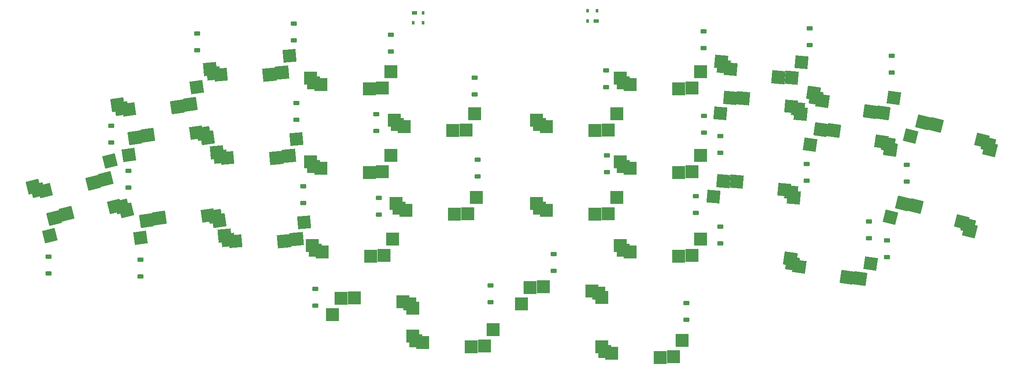
<source format=gbr>
%TF.GenerationSoftware,KiCad,Pcbnew,7.0.2*%
%TF.CreationDate,2023-08-06T16:20:10+02:00*%
%TF.ProjectId,Wizza-xiao,57697a7a-612d-4786-9961-6f2e6b696361,rev?*%
%TF.SameCoordinates,Original*%
%TF.FileFunction,Paste,Bot*%
%TF.FilePolarity,Positive*%
%FSLAX46Y46*%
G04 Gerber Fmt 4.6, Leading zero omitted, Abs format (unit mm)*
G04 Created by KiCad (PCBNEW 7.0.2) date 2023-08-06 16:20:10*
%MOMM*%
%LPD*%
G01*
G04 APERTURE LIST*
G04 Aperture macros list*
%AMRoundRect*
0 Rectangle with rounded corners*
0 $1 Rounding radius*
0 $2 $3 $4 $5 $6 $7 $8 $9 X,Y pos of 4 corners*
0 Add a 4 corners polygon primitive as box body*
4,1,4,$2,$3,$4,$5,$6,$7,$8,$9,$2,$3,0*
0 Add four circle primitives for the rounded corners*
1,1,$1+$1,$2,$3*
1,1,$1+$1,$4,$5*
1,1,$1+$1,$6,$7*
1,1,$1+$1,$8,$9*
0 Add four rect primitives between the rounded corners*
20,1,$1+$1,$2,$3,$4,$5,0*
20,1,$1+$1,$4,$5,$6,$7,0*
20,1,$1+$1,$6,$7,$8,$9,0*
20,1,$1+$1,$8,$9,$2,$3,0*%
%AMRotRect*
0 Rectangle, with rotation*
0 The origin of the aperture is its center*
0 $1 length*
0 $2 width*
0 $3 Rotation angle, in degrees counterclockwise*
0 Add horizontal line*
21,1,$1,$2,0,0,$3*%
G04 Aperture macros list end*
%ADD10R,2.600000X2.600000*%
%ADD11R,2.550000X2.500000*%
%ADD12RotRect,2.600000X2.600000X8.000000*%
%ADD13RotRect,2.550000X2.500000X188.000000*%
%ADD14RotRect,2.600000X2.600000X175.000000*%
%ADD15RotRect,2.550000X2.500000X355.000000*%
%ADD16RotRect,2.600000X2.600000X14.000000*%
%ADD17RotRect,2.550000X2.500000X194.000000*%
%ADD18RotRect,2.600000X2.600000X166.000000*%
%ADD19RotRect,2.550000X2.500000X346.000000*%
%ADD20RotRect,2.600000X2.600000X194.000000*%
%ADD21RotRect,2.550000X2.500000X14.000000*%
%ADD22RotRect,2.600000X2.600000X352.000000*%
%ADD23RotRect,2.550000X2.500000X172.000000*%
%ADD24RotRect,2.600000X2.600000X188.000000*%
%ADD25RotRect,2.550000X2.500000X8.000000*%
%ADD26RotRect,2.600000X2.600000X5.000000*%
%ADD27RotRect,2.550000X2.500000X185.000000*%
%ADD28RotRect,2.600000X2.600000X172.000000*%
%ADD29RotRect,2.550000X2.500000X352.000000*%
%ADD30RotRect,2.600000X2.600000X355.000000*%
%ADD31RotRect,2.550000X2.500000X175.000000*%
%ADD32RoundRect,0.225000X0.375000X-0.225000X0.375000X0.225000X-0.375000X0.225000X-0.375000X-0.225000X0*%
%ADD33RoundRect,0.225000X-0.375000X0.225000X-0.375000X-0.225000X0.375000X-0.225000X0.375000X0.225000X0*%
%ADD34R,1.000000X0.700000*%
%ADD35R,0.600000X0.700000*%
G04 APERTURE END LIST*
D10*
%TO.C,SW12*%
X161652982Y-52765202D03*
X162252982Y-53665202D03*
D11*
X163637982Y-54045202D03*
D10*
X173202982Y-54865202D03*
X175802982Y-54715202D03*
D11*
X177487982Y-51505202D03*
%TD*%
D10*
%TO.C,SW31*%
X161652982Y-85765202D03*
X162252982Y-86665202D03*
D11*
X163637982Y-87045202D03*
D10*
X173202982Y-87865202D03*
X175802982Y-87715202D03*
D11*
X177487982Y-84505202D03*
%TD*%
D12*
%TO.C,SW7*%
X62668523Y-57981255D03*
X63387939Y-58788992D03*
D13*
X64812346Y-58972540D03*
D12*
X74398382Y-58453369D03*
X76952203Y-57942978D03*
D13*
X78174059Y-54529711D03*
%TD*%
D14*
%TO.C,SW20*%
X197260420Y-59815262D03*
X196741143Y-58866393D03*
D15*
X195394533Y-58367129D03*
D14*
X185937398Y-56716604D03*
X183334219Y-56639428D03*
D15*
X181375861Y-59690356D03*
%TD*%
D16*
%TO.C,SW6*%
X46073795Y-74159547D03*
X46873702Y-74887660D03*
D17*
X48309492Y-74921311D03*
D16*
X57788747Y-73402971D03*
X60275227Y-72628429D03*
D17*
X61133606Y-69106142D03*
%TD*%
D18*
%TO.C,SW4*%
X234620776Y-66785300D03*
X234256329Y-65766881D03*
D19*
X233004399Y-65063106D03*
D18*
X223921897Y-61953481D03*
X221362840Y-61470028D03*
D19*
X218951322Y-64177039D03*
%TD*%
D10*
%TO.C,SW9*%
X100652982Y-52765202D03*
X101252982Y-53665202D03*
D11*
X102637982Y-54045202D03*
D10*
X112202982Y-54865202D03*
X114802982Y-54715202D03*
D11*
X116487982Y-51505202D03*
%TD*%
D10*
%TO.C,SW33*%
X158077982Y-96040202D03*
X157477982Y-95140202D03*
D11*
X156092982Y-94760202D03*
D10*
X146527982Y-93940202D03*
X143927982Y-94090202D03*
D11*
X142242982Y-97300202D03*
%TD*%
D20*
%TO.C,SW16*%
X64285294Y-78791373D03*
X63485387Y-78063260D03*
D21*
X62049597Y-78029609D03*
D20*
X52570342Y-79547949D03*
X50083862Y-80322491D03*
D21*
X49225483Y-83844778D03*
%TD*%
D10*
%TO.C,SW3*%
X120777982Y-103640202D03*
X121377982Y-104540202D03*
D11*
X122762982Y-104920202D03*
D10*
X132327982Y-105740202D03*
X134927982Y-105590202D03*
D11*
X136612982Y-102380202D03*
%TD*%
D22*
%TO.C,SW10*%
X199798506Y-55677940D03*
X200267411Y-56652685D03*
D23*
X201586046Y-57221742D03*
D22*
X210943839Y-59364953D03*
X213539412Y-59578262D03*
D23*
X215654759Y-56634009D03*
%TD*%
D18*
%TO.C,SW14*%
X230629065Y-82795180D03*
X230264618Y-81776761D03*
D19*
X229012688Y-81072986D03*
D18*
X219930186Y-77963361D03*
X217371129Y-77479908D03*
D19*
X214959611Y-80186919D03*
%TD*%
D24*
%TO.C,SW17*%
X80296099Y-64491326D03*
X79576683Y-63683589D03*
D25*
X78152276Y-63500041D03*
D24*
X68566240Y-64019212D03*
X66012419Y-64529603D03*
D25*
X64790563Y-67942870D03*
%TD*%
D10*
%TO.C,SW22*%
X145152982Y-77515202D03*
X145752982Y-78415202D03*
D11*
X147137982Y-78795202D03*
D10*
X156702982Y-79615202D03*
X159302982Y-79465202D03*
D11*
X160987982Y-76255202D03*
%TD*%
D26*
%TO.C,SW27*%
X83695999Y-83823554D03*
X84372156Y-84667835D03*
D27*
X85785005Y-84925679D03*
D26*
X95385075Y-84908914D03*
X97962107Y-84532880D03*
D27*
X99360926Y-81188237D03*
%TD*%
D10*
%TO.C,SW2*%
X117465482Y-77515202D03*
X118065482Y-78415202D03*
D11*
X119450482Y-78795202D03*
D10*
X129015482Y-79615202D03*
X131615482Y-79465202D03*
D11*
X133300482Y-76255202D03*
%TD*%
D10*
%TO.C,SW1*%
X117152982Y-61015202D03*
X117752982Y-61915202D03*
D11*
X119137982Y-62295202D03*
D10*
X128702982Y-63115202D03*
X131302982Y-62965202D03*
D11*
X132987982Y-59755202D03*
%TD*%
D10*
%TO.C,SW29*%
X120827982Y-98165202D03*
X120227982Y-97265202D03*
D11*
X118842982Y-96885202D03*
D10*
X109277982Y-96065202D03*
X106677982Y-96215202D03*
D11*
X104992982Y-99425202D03*
%TD*%
D28*
%TO.C,SW15*%
X214948802Y-66794641D03*
X214479897Y-65819896D03*
D29*
X213161262Y-65250839D03*
D28*
X203803469Y-63107628D03*
X201207896Y-62894319D03*
D29*
X199092549Y-65838572D03*
%TD*%
D10*
%TO.C,SW32*%
X158027982Y-105765202D03*
X158627982Y-106665202D03*
D11*
X160012982Y-107045202D03*
D10*
X169577982Y-107865202D03*
X172177982Y-107715202D03*
D11*
X173862982Y-104505202D03*
%TD*%
D30*
%TO.C,SW11*%
X181549083Y-49506701D03*
X182068360Y-50455570D03*
D31*
X183414970Y-50954834D03*
D30*
X192872105Y-52605359D03*
X195475284Y-52682535D03*
D31*
X197433642Y-49631607D03*
%TD*%
D22*
%TO.C,SW23*%
X195205794Y-88356786D03*
X195674699Y-89331531D03*
D23*
X196993334Y-89900588D03*
D22*
X206351127Y-92043799D03*
X208946700Y-92257108D03*
D23*
X211062047Y-89312855D03*
%TD*%
D14*
%TO.C,SW24*%
X195920912Y-76252474D03*
X195401635Y-75303605D03*
D15*
X194055025Y-74804341D03*
D14*
X184597890Y-73153816D03*
X181994711Y-73076640D03*
D15*
X180036353Y-76127568D03*
%TD*%
D10*
%TO.C,SW13*%
X145152982Y-61015202D03*
X145752982Y-61915202D03*
D11*
X147137982Y-62295202D03*
D10*
X156702982Y-63115202D03*
X159302982Y-62965202D03*
D11*
X160987982Y-59755202D03*
%TD*%
D10*
%TO.C,SW19*%
X100652982Y-69265202D03*
X101252982Y-70165202D03*
D11*
X102637982Y-70545202D03*
D10*
X112202982Y-71365202D03*
X114802982Y-71215202D03*
D11*
X116487982Y-68005202D03*
%TD*%
D24*
%TO.C,SW26*%
X82592455Y-80830749D03*
X81873039Y-80023012D03*
D25*
X80448632Y-79839464D03*
D24*
X70862596Y-80358635D03*
X68308775Y-80869026D03*
D25*
X67086919Y-84282293D03*
%TD*%
D10*
%TO.C,SW28*%
X100965482Y-85765202D03*
X101565482Y-86665202D03*
D11*
X102950482Y-87045202D03*
D10*
X112515482Y-87865202D03*
X115115482Y-87715202D03*
D11*
X116800482Y-84505202D03*
%TD*%
D26*
%TO.C,SW8*%
X80819859Y-50949129D03*
X81496016Y-51793410D03*
D27*
X82908865Y-52051254D03*
D26*
X92508935Y-52034489D03*
X95085967Y-51658455D03*
D27*
X96484786Y-48313812D03*
%TD*%
D10*
%TO.C,SW21*%
X161652982Y-69265202D03*
X162252982Y-70165202D03*
D11*
X163637982Y-70545202D03*
D10*
X173202982Y-71365202D03*
X175802982Y-71215202D03*
D11*
X177487982Y-68005202D03*
%TD*%
D26*
%TO.C,SW18*%
X82159366Y-67386342D03*
X82835523Y-68230623D03*
D27*
X84248372Y-68488467D03*
D26*
X93848442Y-68471702D03*
X96425474Y-68095668D03*
D27*
X97824293Y-64751025D03*
%TD*%
D32*
%TO.C,D4*%
X133553200Y-72110600D03*
X133553200Y-68810600D03*
%TD*%
D33*
%TO.C,D18*%
X48971200Y-87935800D03*
X48971200Y-91235800D03*
%TD*%
D32*
%TO.C,D3*%
X133019800Y-55930800D03*
X133019800Y-52630800D03*
%TD*%
%TO.C,D22*%
X178155600Y-63500000D03*
X178155600Y-60200000D03*
%TD*%
%TO.C,D40*%
X114071400Y-79704200D03*
X114071400Y-76404200D03*
%TD*%
%TO.C,D41*%
X101600000Y-97636600D03*
X101600000Y-94336600D03*
%TD*%
D33*
%TO.C,D19*%
X64770000Y-71018400D03*
X64770000Y-74318400D03*
%TD*%
D32*
%TO.C,D39*%
X99161600Y-77392800D03*
X99161600Y-74092800D03*
%TD*%
D33*
%TO.C,D25*%
X181381400Y-82043000D03*
X181381400Y-85343000D03*
%TD*%
%TO.C,D15*%
X214223600Y-84786200D03*
X214223600Y-88086200D03*
%TD*%
%TO.C,D6*%
X218186000Y-69825600D03*
X218186000Y-73125600D03*
%TD*%
%TO.C,D17*%
X181432200Y-64187800D03*
X181432200Y-67487800D03*
%TD*%
D32*
%TO.C,D26*%
X176606200Y-79347600D03*
X176606200Y-76047600D03*
%TD*%
%TO.C,D10*%
X97332800Y-45261800D03*
X97332800Y-41961800D03*
%TD*%
%TO.C,D9*%
X78308200Y-47268400D03*
X78308200Y-43968400D03*
%TD*%
%TO.C,D7*%
X215214200Y-51611800D03*
X215214200Y-48311800D03*
%TD*%
%TO.C,D24*%
X210693000Y-84326000D03*
X210693000Y-81026000D03*
%TD*%
%TO.C,D13*%
X178104800Y-46862000D03*
X178104800Y-43562000D03*
%TD*%
%TO.C,D12*%
X199009000Y-46252400D03*
X199009000Y-42952400D03*
%TD*%
D34*
%TO.C,D1*%
X156924400Y-41462200D03*
D35*
X155224400Y-41462200D03*
X155224400Y-39462200D03*
X157124400Y-39462200D03*
%TD*%
D32*
%TO.C,D23*%
X159080200Y-71297800D03*
X159080200Y-67997800D03*
%TD*%
%TO.C,D14*%
X158927800Y-54532800D03*
X158927800Y-51232800D03*
%TD*%
%TO.C,D21*%
X113563400Y-63143400D03*
X113563400Y-59843400D03*
%TD*%
D33*
%TO.C,D16*%
X198450200Y-69673200D03*
X198450200Y-72973200D03*
%TD*%
D32*
%TO.C,D8*%
X61366400Y-65453800D03*
X61366400Y-62153800D03*
%TD*%
%TO.C,D11*%
X116484400Y-47522400D03*
X116484400Y-44222400D03*
%TD*%
%TO.C,D27*%
X174701200Y-100457000D03*
X174701200Y-97157000D03*
%TD*%
%TO.C,D28*%
X148564600Y-90727800D03*
X148564600Y-87427800D03*
%TD*%
%TO.C,D5*%
X136093200Y-96926400D03*
X136093200Y-93626400D03*
%TD*%
D34*
%TO.C,D2*%
X121093800Y-39868600D03*
D35*
X122793800Y-39868600D03*
X122793800Y-41868600D03*
X120893800Y-41868600D03*
%TD*%
D32*
%TO.C,D20*%
X97840800Y-60984400D03*
X97840800Y-57684400D03*
%TD*%
D33*
%TO.C,D38*%
X67081400Y-88570800D03*
X67081400Y-91870800D03*
%TD*%
M02*

</source>
